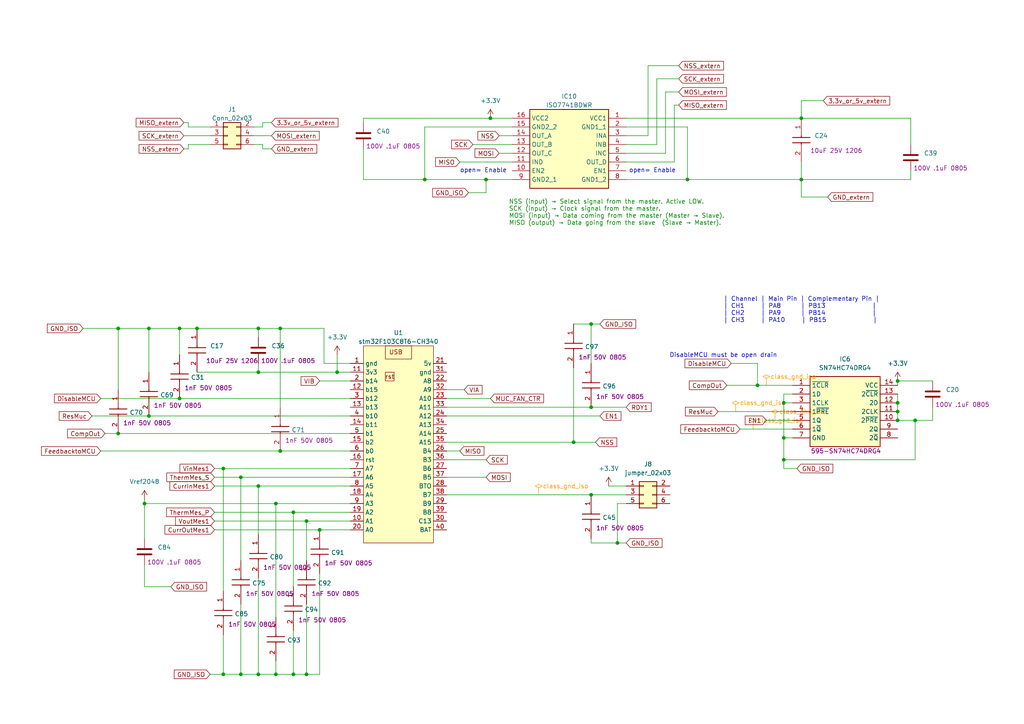
<source format=kicad_sch>
(kicad_sch (version 20250114) (generator "eeschema") (generator_version "9.0")
  (paper "A4")
  (lib_symbols
    (symbol "C0805C102J5GACTU:C0805C102J5GACTU" (pin_names (hide yes))
      (property "Reference" "C" (at 8.89 6.35 0))
      (property "Value" "C0805C102J5GACTU" (at 8.89 3.81 0))
      (symbol "C0805C102J5GACTU_1_1"
        (polyline (pts (xy 5.08 0) (xy 5.588 0)) (stroke (width 0.254)))
        (polyline (pts (xy 5.588 2.54) (xy 5.588 -2.54)) (stroke (width 0.254)))
        (polyline (pts (xy 7.112 2.54) (xy 7.112 -2.54)) (stroke (width 0.254)))
        (polyline (pts (xy 7.112 0) (xy 7.62 0)) (stroke (width 0.254)))
        (pin passive line (at 0 0 0) (length 5.08) (name "1") (number "1"))
        (pin passive line (at 12.7 0 180) (length 5.08) (name "2") (number "2"))
      )
    )
    (symbol "Connector_Generic:Conn_02x03_Odd_Even" (pin_names (offset 1.016) (hide yes))
      (property "Reference" "J" (at 1.27 5.08 0))
      (property "Value" "Conn_02x03_Odd_Even" (at 1.27 -5.08 0))
      (symbol "Conn_02x03_Odd_Even_1_1"
        (rectangle (start -1.27 3.81) (end 3.81 -3.81) (stroke (width 0.254)) (fill (type background)))
        (rectangle (start -1.27 2.667) (end 0 2.413) (stroke (width 0.1524)))
        (rectangle (start -1.27 0.127) (end 0 -0.127) (stroke (width 0.1524)))
        (rectangle (start -1.27 -2.413) (end 0 -2.667) (stroke (width 0.1524)))
        (rectangle (start 3.81 2.667) (end 2.54 2.413) (stroke (width 0.1524)))
        (rectangle (start 3.81 0.127) (end 2.54 -0.127) (stroke (width 0.1524)))
        (rectangle (start 3.81 -2.413) (end 2.54 -2.667) (stroke (width 0.1524)))
        (pin passive line (at -5.08 2.54 0) (length 3.81) (name "Pin_1") (number "1"))
        (pin passive line (at -5.08 0 0) (length 3.81) (name "Pin_3") (number "3"))
        (pin passive line (at -5.08 -2.54 0) (length 3.81) (name "Pin_5") (number "5"))
        (pin passive line (at 7.62 2.54 180) (length 3.81) (name "Pin_2") (number "2"))
        (pin passive line (at 7.62 0 180) (length 3.81) (name "Pin_4") (number "4"))
        (pin passive line (at 7.62 -2.54 180) (length 3.81) (name "Pin_6") (number "6"))
      )
    )
    (symbol "Device:C" (pin_numbers (hide yes)) (pin_names (offset 0.254))
      (property "Reference" "C" (at 0.635 2.54 0))
      (property "Value" "C" (at 0.635 -2.54 0))
      (symbol "C_0_1"
        (polyline (pts (xy -2.032 0.762) (xy 2.032 0.762)) (stroke (width 0.508)))
        (polyline (pts (xy -2.032 -0.762) (xy 2.032 -0.762)) (stroke (width 0.508)))
      )
      (symbol "C_1_1"
        (pin passive line (at 0 3.81 270) (length 2.794) (name "~") (number "1"))
        (pin passive line (at 0 -3.81 90) (length 2.794) (name "~") (number "2"))
      )
    )
    (symbol "GRM31CR71E106KA12K:GRM31CR71E106KA12K" (pin_names (hide yes))
      (property "Reference" "C" (at 8.89 6.35 0))
      (property "Value" "GRM31CR71E106KA12K" (at 8.89 3.81 0))
      (symbol "GRM31CR71E106KA12K_1_1"
        (polyline (pts (xy 5.08 0) (xy 5.588 0)) (stroke (width 0.254)))
        (polyline (pts (xy 5.588 2.54) (xy 5.588 -2.54)) (stroke (width 0.254)))
        (polyline (pts (xy 7.112 2.54) (xy 7.112 -2.54)) (stroke (width 0.254)))
        (polyline (pts (xy 7.112 0) (xy 7.62 0)) (stroke (width 0.254)))
        (pin passive line (at 0 0 0) (length 5.08) (name "1") (number "1"))
        (pin passive line (at 12.7 0 180) (length 5.08) (name "2") (number "2"))
      )
    )
    (symbol "ISO7741BDWR:ISO7741BDWR"
      (property "Reference" "IC" (at 29.21 7.62 0))
      (property "Value" "ISO7741BDWR" (at 29.21 5.08 0))
      (symbol "ISO7741BDWR_1_1"
        (rectangle (start 5.08 2.54) (end 27.94 -20.32) (stroke (width 0.254)) (fill (type background)))
        (pin passive line (at 0 0 0) (length 5.08) (name "VCC1") (number "1"))
        (pin passive line (at 0 -2.54 0) (length 5.08) (name "GND1_1") (number "2"))
        (pin passive line (at 0 -5.08 0) (length 5.08) (name "INA") (number "3"))
        (pin passive line (at 0 -7.62 0) (length 5.08) (name "INB") (number "4"))
        (pin passive line (at 0 -10.16 0) (length 5.08) (name "INC") (number "5"))
        (pin passive line (at 0 -12.7 0) (length 5.08) (name "OUT_D") (number "6"))
        (pin passive line (at 0 -15.24 0) (length 5.08) (name "EN1") (number "7"))
        (pin passive line (at 0 -17.78 0) (length 5.08) (name "GND1_2") (number "8"))
        (pin passive line (at 33.02 0 180) (length 5.08) (name "VCC2") (number "16"))
        (pin passive line (at 33.02 -2.54 180) (length 5.08) (name "GND2_2") (number "15"))
        (pin passive line (at 33.02 -5.08 180) (length 5.08) (name "OUT_A") (number "14"))
        (pin passive line (at 33.02 -7.62 180) (length 5.08) (name "OUT_B") (number "13"))
        (pin passive line (at 33.02 -10.16 180) (length 5.08) (name "OUT_C") (number "12"))
        (pin passive line (at 33.02 -12.7 180) (length 5.08) (name "IND") (number "11"))
        (pin passive line (at 33.02 -15.24 180) (length 5.08) (name "EN2") (number "10"))
        (pin passive line (at 33.02 -17.78 180) (length 5.08) (name "GND2_1") (number "9"))
      )
    )
    (symbol "New_Library:SMT32F1-MINI"
      (property "Reference" "U" (at 0 0 0))
      (symbol "SMT32F1-MINI_1_1"
        (rectangle (start -10.16 -3.81) (end 10.16 -60.96) (fill (type background)))
        (rectangle (start -3.81 -3.81) (end 3.81 -7.62))
        (rectangle (start -3.81 -11.43) (end -1.27 -13.97))
        (text "rst\n" (at -2.54 -12.7 0) (effects (font (size 1.27 1.27))))
        (text "USB\n" (at -0.762 -5.588 0) (effects (font (size 1.27 1.27))))
        (pin input line (at -13.97 -8.89 0) (length 3.81) (name "gnd") (number "1"))
        (pin input line (at -13.97 -11.43 0) (length 3.81) (name "3v3") (number "11"))
        (pin input line (at -13.97 -13.97 0) (length 3.81) (name "b14") (number "2"))
        (pin input line (at -13.97 -16.51 0) (length 3.81) (name "b15") (number "12"))
        (pin input line (at -13.97 -19.05 0) (length 3.81) (name "b12") (number "3"))
        (pin input line (at -13.97 -21.59 0) (length 3.81) (name "b13") (number "13"))
        (pin input line (at -13.97 -24.13 0) (length 3.81) (name "b10") (number "4"))
        (pin input line (at -13.97 -26.67 0) (length 3.81) (name "b11") (number "14"))
        (pin input line (at -13.97 -29.21 0) (length 3.81) (name "b1") (number "5"))
        (pin input line (at -13.97 -31.75 0) (length 3.81) (name "b2") (number "15"))
        (pin input line (at -13.97 -34.29 0) (length 3.81) (name "b0") (number "6"))
        (pin input line (at -13.97 -36.83 0) (length 3.81) (name "rst") (number "16"))
        (pin input line (at -13.97 -39.37 0) (length 3.81) (name "A7") (number "7"))
        (pin input line (at -13.97 -41.91 0) (length 3.81) (name "A6") (number "17"))
        (pin input line (at -13.97 -44.45 0) (length 3.81) (name "A5") (number "8"))
        (pin input line (at -13.97 -46.99 0) (length 3.81) (name "A4") (number "18"))
        (pin input line (at -13.97 -49.53 0) (length 3.81) (name "A3") (number "9"))
        (pin input line (at -13.97 -52.07 0) (length 3.81) (name "A2") (number "19"))
        (pin input line (at -13.97 -54.61 0) (length 3.81) (name "A1") (number "10"))
        (pin input line (at -13.97 -57.15 0) (length 3.81) (name "A0") (number "20"))
        (pin input line (at 13.97 -8.89 180) (length 3.81) (name "5v") (number "21"))
        (pin input line (at 13.97 -11.43 180) (length 3.81) (name "gnd") (number "31"))
        (pin input line (at 13.97 -13.97 180) (length 3.81) (name "A8") (number "22"))
        (pin input line (at 13.97 -16.51 180) (length 3.81) (name "A9") (number "32"))
        (pin input line (at 13.97 -19.05 180) (length 3.81) (name "A10") (number "23"))
        (pin input line (at 13.97 -21.59 180) (length 3.81) (name "A11") (number "33"))
        (pin input line (at 13.97 -24.13 180) (length 3.81) (name "A12") (number "24"))
        (pin input line (at 13.97 -26.67 180) (length 3.81) (name "A13") (number "34"))
        (pin input line (at 13.97 -29.21 180) (length 3.81) (name "A14") (number "25"))
        (pin input line (at 13.97 -31.75 180) (length 3.81) (name "A15") (number "35"))
        (pin input line (at 13.97 -34.29 180) (length 3.81) (name "B4") (number "26"))
        (pin input line (at 13.97 -36.83 180) (length 3.81) (name "B3") (number "36"))
        (pin input line (at 13.97 -39.37 180) (length 3.81) (name "B6") (number "27"))
        (pin input line (at 13.97 -41.91 180) (length 3.81) (name "B5") (number "37"))
        (pin input line (at 13.97 -44.45 180) (length 3.81) (name "BTO") (number "28"))
        (pin input line (at 13.97 -46.99 180) (length 3.81) (name "B7") (number "38"))
        (pin input line (at 13.97 -49.53 180) (length 3.81) (name "B9") (number "29"))
        (pin input line (at 13.97 -52.07 180) (length 3.81) (name "B8") (number "39"))
        (pin input line (at 13.97 -54.61 180) (length 3.81) (name "C13") (number "30"))
        (pin input line (at 13.97 -57.15 180) (length 3.81) (name "BAT") (number "40"))
      )
    )
    (symbol "SN74HC74DRG4:SN74HC74DRG4"
      (property "Reference" "IC" (at 26.67 7.62 0))
      (property "Value" "SN74HC74DRG4" (at 26.67 5.08 0))
      (symbol "SN74HC74DRG4_1_1"
        (rectangle (start 5.08 2.54) (end 25.4 -17.78) (stroke (width 0.254)) (fill (type background)))
        (pin passive line (at 0 0 0) (length 5.08) (name "~{1CLR}") (number "1"))
        (pin passive line (at 0 -2.54 0) (length 5.08) (name "1D") (number "2"))
        (pin passive line (at 0 -5.08 0) (length 5.08) (name "1CLK") (number "3"))
        (pin passive line (at 0 -7.62 0) (length 5.08) (name "1~{PRE}") (number "4"))
        (pin passive line (at 0 -10.16 0) (length 5.08) (name "1Q") (number "5"))
        (pin passive line (at 0 -12.7 0) (length 5.08) (name "1~{Q}") (number "6"))
        (pin passive line (at 0 -15.24 0) (length 5.08) (name "GND") (number "7"))
        (pin passive line (at 30.48 0 180) (length 5.08) (name "VCC") (number "14"))
        (pin passive line (at 30.48 -2.54 180) (length 5.08) (name "2~{CLR}") (number "13"))
        (pin passive line (at 30.48 -5.08 180) (length 5.08) (name "2D") (number "12"))
        (pin passive line (at 30.48 -7.62 180) (length 5.08) (name "2CLK") (number "11"))
        (pin passive line (at 30.48 -10.16 180) (length 5.08) (name "2~{PRE}") (number "10"))
        (pin passive line (at 30.48 -12.7 180) (length 5.08) (name "2Q") (number "9"))
        (pin passive line (at 30.48 -15.24 180) (length 5.08) (name "2~{Q}") (number "8"))
      )
    )
    (symbol "power:+3V0" (power) (pin_numbers (hide yes)) (pin_names (offset 0) (hide yes))
      (property "Value" "+3V0" (at 0 3.556 0))
      (symbol "+3V0_0_1"
        (polyline (pts (xy -0.762 1.27) (xy 0 2.54)))
        (polyline (pts (xy 0 2.54) (xy 0.762 1.27)))
        (polyline (pts (xy 0 0) (xy 0 2.54)))
      )
      (symbol "+3V0_1_1"
        (pin power_in line (at 0 0 90) (length 0) (name "~") (number "1"))
      )
    )
    (symbol "power:+5V" (power) (pin_numbers (hide yes)) (pin_names (offset 0) (hide yes))
      (property "Value" "+5V" (at 0 3.556 0))
      (symbol "+5V_0_1"
        (polyline (pts (xy -0.762 1.27) (xy 0 2.54)))
        (polyline (pts (xy 0 2.54) (xy 0.762 1.27)))
        (polyline (pts (xy 0 0) (xy 0 2.54)))
      )
      (symbol "+5V_1_1"
        (pin power_in line (at 0 0 90) (length 0) (name "~") (number "1"))
      )
    )
  )
  (text "DisableMCU must be open drain\n" (at 209.804 103.124 0) (effects (font (size 1.27 1.27))))
  (text "| Channel | Main Pin | Complementary Pin |\n| CH1     | PA8      | PB13              |\n| CH2     | PA9      | PB14              |\n| CH3     | PA10     | PB15              |" (at 209.804 89.916 0) (effects (font (size 1.27 1.27)) (justify left)))
  (text "open= Enable\n" (at 189.23 49.53 0) (effects (font (size 1.27 1.27))))
  (text "open= Enable\n" (at 140.208 49.53 0) (effects (font (size 1.27 1.27))))
  (text "NSS (input) → Select signal from the master. Active LOW. \nSCK (input) → Clock signal from the master. \nMOSI (input) → Data coming from the master (Master → Slave).\nMISO (output) → Data going from the slave  (Slave → Master)." (at 147.574 61.722 0) (effects (font (size 1.27 1.27)) (justify left)))
  (junction (at 227.33 127))
  (junction (at 74.93 95.25))
  (junction (at 227.33 116.84))
  (junction (at 34.29 125.73))
  (junction (at 52.07 115.57))
  (junction (at 92.71 153.67))
  (junction (at 41.91 146.05))
  (junction (at 171.45 118.11))
  (junction (at 142.24 34.29))
  (junction (at 85.09 195.58))
  (junction (at 140.97 52.07))
  (junction (at 265.43 121.92))
  (junction (at 81.28 130.81))
  (junction (at 74.93 107.95))
  (junction (at 88.9 195.58))
  (junction (at 232.41 52.07))
  (junction (at 74.93 195.58))
  (junction (at 85.09 148.59))
  (junction (at 219.71 111.76))
  (junction (at 34.29 95.25))
  (junction (at 64.77 195.58))
  (junction (at 88.9 151.13))
  (junction (at 81.28 95.25))
  (junction (at 123.19 52.07))
  (junction (at 43.18 95.25))
  (junction (at 260.35 119.38))
  (junction (at 260.35 110.49))
  (junction (at 69.85 138.43))
  (junction (at 166.37 128.27))
  (junction (at 171.45 143.51))
  (junction (at 80.01 195.58))
  (junction (at 74.93 140.97))
  (junction (at 97.79 107.95))
  (junction (at 52.07 95.25))
  (junction (at 43.18 120.65))
  (junction (at 260.35 121.92))
  (junction (at 260.35 116.84))
  (junction (at 57.15 95.25))
  (junction (at 199.39 52.07))
  (junction (at 64.77 135.89))
  (junction (at 171.45 93.98))
  (junction (at 232.41 34.29))
  (junction (at 227.33 133.35))
  (junction (at 69.85 195.58))
  (junction (at 80.01 146.05))
  (junction (at 179.07 157.48))
  (wire (pts (xy 54.61 43.18) (xy 54.61 41.91)))
  (wire (pts (xy 260.35 116.84) (xy 260.35 119.38)))
  (wire (pts (xy 187.96 19.05) (xy 187.96 39.37)))
  (wire (pts (xy 129.54 118.11) (xy 171.45 118.11)))
  (wire (pts (xy 53.34 35.56) (xy 54.61 35.56)))
  (wire (pts (xy 24.13 95.25) (xy 34.29 95.25)))
  (wire (pts (xy 129.54 133.35) (xy 140.97 133.35)))
  (wire (pts (xy 173.99 93.98) (xy 171.45 93.98)))
  (wire (pts (xy 140.97 52.07) (xy 148.59 52.07)))
  (wire (pts (xy 227.33 133.35) (xy 265.43 133.35)))
  (wire (pts (xy 171.45 156.21) (xy 171.45 157.48)))
  (wire (pts (xy 92.71 153.67) (xy 101.6 153.67)))
  (wire (pts (xy 74.93 195.58) (xy 80.01 195.58)))
  (wire (pts (xy 232.41 34.29) (xy 181.61 34.29)))
  (wire (pts (xy 171.45 143.51) (xy 181.61 143.51)))
  (wire (pts (xy 52.07 95.25) (xy 57.15 95.25)))
  (wire (pts (xy 53.34 39.37) (xy 60.96 39.37)))
  (wire (pts (xy 232.41 52.07) (xy 199.39 52.07)))
  (wire (pts (xy 57.15 107.95) (xy 74.93 107.95)))
  (wire (pts (xy 97.79 107.95) (xy 101.6 107.95)))
  (wire (pts (xy 264.16 34.29) (xy 264.16 41.91)))
  (wire (pts (xy 196.85 26.67) (xy 193.04 26.67)))
  (wire (pts (xy 60.96 195.58) (xy 64.77 195.58)))
  (wire (pts (xy 64.77 195.58) (xy 69.85 195.58)))
  (wire (pts (xy 41.91 170.18) (xy 41.91 163.83)))
  (wire (pts (xy 129.54 128.27) (xy 166.37 128.27)))
  (wire (pts (xy 74.93 95.25) (xy 81.28 95.25)))
  (wire (pts (xy 260.35 110.49) (xy 270.51 110.49)))
  (wire (pts (xy 187.96 39.37) (xy 181.61 39.37)))
  (wire (pts (xy 93.98 105.41) (xy 101.6 105.41)))
  (wire (pts (xy 93.98 105.41) (xy 93.98 95.25)))
  (wire (pts (xy 69.85 195.58) (xy 74.93 195.58)))
  (wire (pts (xy 129.54 138.43) (xy 140.97 138.43)))
  (wire (pts (xy 54.61 35.56) (xy 54.61 36.83)))
  (wire (pts (xy 88.9 195.58) (xy 92.71 195.58)))
  (wire (pts (xy 196.85 22.86) (xy 190.5 22.86)))
  (wire (pts (xy 92.71 166.37) (xy 92.71 195.58)))
  (wire (pts (xy 196.85 30.48) (xy 195.58 30.48)))
  (wire (pts (xy 179.07 157.48) (xy 181.61 157.48)))
  (wire (pts (xy 264.16 49.53) (xy 264.16 52.07)))
  (wire (pts (xy 227.33 135.89) (xy 227.33 133.35)))
  (wire (pts (xy 227.33 114.3) (xy 229.87 114.3)))
  (wire (pts (xy 171.45 118.11) (xy 181.61 118.11)))
  (wire (pts (xy 105.41 34.29) (xy 105.41 35.56)))
  (wire (pts (xy 64.77 135.89) (xy 64.77 171.45)))
  (wire (pts (xy 199.39 52.07) (xy 181.61 52.07)))
  (wire (pts (xy 52.07 115.57) (xy 101.6 115.57)))
  (wire (pts (xy 88.9 175.26) (xy 88.9 195.58)))
  (wire (pts (xy 148.59 34.29) (xy 142.24 34.29)))
  (wire (pts (xy 78.74 43.18) (xy 76.2 43.18)))
  (wire (pts (xy 227.33 116.84) (xy 229.87 116.84)))
  (wire (pts (xy 227.33 133.35) (xy 227.33 127)))
  (wire (pts (xy 34.29 125.73) (xy 101.6 125.73)))
  (wire (pts (xy 57.15 95.25) (xy 74.93 95.25)))
  (wire (pts (xy 34.29 95.25) (xy 43.18 95.25)))
  (wire (pts (xy 80.01 195.58) (xy 85.09 195.58)))
  (wire (pts (xy 30.48 125.73) (xy 34.29 125.73)))
  (wire (pts (xy 260.35 110.49) (xy 260.35 111.76)))
  (wire (pts (xy 62.23 140.97) (xy 74.93 140.97)))
  (wire (pts (xy 64.77 135.89) (xy 101.6 135.89)))
  (wire (pts (xy 43.18 120.65) (xy 101.6 120.65)))
  (wire (pts (xy 270.51 118.11) (xy 270.51 121.92)))
  (wire (pts (xy 148.59 39.37) (xy 144.78 39.37)))
  (wire (pts (xy 74.93 140.97) (xy 101.6 140.97)))
  (wire (pts (xy 265.43 121.92) (xy 265.43 133.35)))
  (wire (pts (xy 52.07 95.25) (xy 52.07 102.87)))
  (wire (pts (xy 43.18 95.25) (xy 52.07 95.25)))
  (wire (pts (xy 231.14 135.89) (xy 227.33 135.89)))
  (wire (pts (xy 171.45 93.98) (xy 171.45 105.41)))
  (wire (pts (xy 219.71 111.76) (xy 229.87 111.76)))
  (wire (pts (xy 74.93 107.95) (xy 74.93 105.41)))
  (wire (pts (xy 264.16 52.07) (xy 232.41 52.07)))
  (wire (pts (xy 148.59 36.83) (xy 123.19 36.83)))
  (wire (pts (xy 232.41 46.99) (xy 232.41 52.07)))
  (wire (pts (xy 129.54 130.81) (xy 133.35 130.81)))
  (wire (pts (xy 53.34 43.18) (xy 54.61 43.18)))
  (wire (pts (xy 64.77 195.58) (xy 64.77 184.15)))
  (wire (pts (xy 238.76 29.21) (xy 232.41 29.21)))
  (wire (pts (xy 190.5 22.86) (xy 190.5 41.91)))
  (wire (pts (xy 210.82 111.76) (xy 219.71 111.76)))
  (wire (pts (xy 270.51 121.92) (xy 265.43 121.92)))
  (wire (pts (xy 29.21 130.81) (xy 81.28 130.81)))
  (wire (pts (xy 85.09 148.59) (xy 101.6 148.59)))
  (wire (pts (xy 74.93 167.64) (xy 74.93 195.58)))
  (wire (pts (xy 229.87 119.38) (xy 208.28 119.38)))
  (wire (pts (xy 123.19 52.07) (xy 140.97 52.07)))
  (wire (pts (xy 232.41 57.15) (xy 240.03 57.15)))
  (wire (pts (xy 148.59 44.45) (xy 144.78 44.45)))
  (wire (pts (xy 41.91 146.05) (xy 41.91 144.78)))
  (wire (pts (xy 105.41 52.07) (xy 123.19 52.07)))
  (wire (pts (xy 129.54 143.51) (xy 171.45 143.51)))
  (wire (pts (xy 219.71 105.41) (xy 219.71 111.76)))
  (wire (pts (xy 166.37 128.27) (xy 172.72 128.27)))
  (wire (pts (xy 171.45 157.48) (xy 179.07 157.48)))
  (wire (pts (xy 78.74 35.56) (xy 76.2 35.56)))
  (wire (pts (xy 135.89 55.88) (xy 140.97 55.88)))
  (wire (pts (xy 69.85 138.43) (xy 69.85 162.56)))
  (wire (pts (xy 85.09 148.59) (xy 85.09 170.18)))
  (wire (pts (xy 212.09 105.41) (xy 219.71 105.41)))
  (wire (pts (xy 260.35 119.38) (xy 260.35 121.92)))
  (wire (pts (xy 74.93 140.97) (xy 74.93 154.94)))
  (wire (pts (xy 166.37 106.68) (xy 166.37 128.27)))
  (wire (pts (xy 73.66 36.83) (xy 76.2 36.83)))
  (wire (pts (xy 260.35 121.92) (xy 265.43 121.92)))
  (wire (pts (xy 74.93 107.95) (xy 97.79 107.95)))
  (wire (pts (xy 81.28 95.25) (xy 81.28 118.11)))
  (wire (pts (xy 227.33 127) (xy 227.33 116.84)))
  (wire (pts (xy 62.23 135.89) (xy 64.77 135.89)))
  (wire (pts (xy 181.61 36.83) (xy 199.39 36.83)))
  (wire (pts (xy 181.61 146.05) (xy 179.07 146.05)))
  (wire (pts (xy 148.59 46.99) (xy 133.35 46.99)))
  (wire (pts (xy 43.18 95.25) (xy 43.18 107.95)))
  (wire (pts (xy 62.23 153.67) (xy 92.71 153.67)))
  (wire (pts (xy 80.01 146.05) (xy 101.6 146.05)))
  (wire (pts (xy 62.23 148.59) (xy 85.09 148.59)))
  (wire (pts (xy 41.91 146.05) (xy 41.91 156.21)))
  (wire (pts (xy 81.28 130.81) (xy 101.6 130.81)))
  (wire (pts (xy 232.41 52.07) (xy 232.41 57.15)))
  (wire (pts (xy 62.23 138.43) (xy 69.85 138.43)))
  (wire (pts (xy 41.91 146.05) (xy 80.01 146.05)))
  (wire (pts (xy 214.63 124.46) (xy 229.87 124.46)))
  (wire (pts (xy 49.53 170.18) (xy 41.91 170.18)))
  (wire (pts (xy 129.54 120.65) (xy 173.99 120.65)))
  (wire (pts (xy 193.04 26.67) (xy 193.04 44.45)))
  (wire (pts (xy 80.01 146.05) (xy 80.01 179.07)))
  (wire (pts (xy 97.79 102.87) (xy 97.79 107.95)))
  (wire (pts (xy 142.24 34.29) (xy 105.41 34.29)))
  (wire (pts (xy 62.23 151.13) (xy 88.9 151.13)))
  (wire (pts (xy 81.28 95.25) (xy 93.98 95.25)))
  (wire (pts (xy 199.39 36.83) (xy 199.39 52.07)))
  (wire (pts (xy 227.33 116.84) (xy 227.33 114.3)))
  (wire (pts (xy 179.07 146.05) (xy 179.07 157.48)))
  (wire (pts (xy 232.41 29.21) (xy 232.41 34.29)))
  (wire (pts (xy 85.09 195.58) (xy 88.9 195.58)))
  (wire (pts (xy 69.85 175.26) (xy 69.85 195.58)))
  (wire (pts (xy 195.58 46.99) (xy 181.61 46.99)))
  (wire (pts (xy 129.54 115.57) (xy 142.24 115.57)))
  (wire (pts (xy 74.93 95.25) (xy 74.93 97.79)))
  (wire (pts (xy 229.87 127) (xy 227.33 127)))
  (wire (pts (xy 260.35 114.3) (xy 260.35 116.84)))
  (wire (pts (xy 190.5 41.91) (xy 181.61 41.91)))
  (wire (pts (xy 105.41 43.18) (xy 105.41 52.07)))
  (wire (pts (xy 123.19 36.83) (xy 123.19 52.07)))
  (wire (pts (xy 80.01 191.77) (xy 80.01 195.58)))
  (wire (pts (xy 73.66 41.91) (xy 76.2 41.91)))
  (wire (pts (xy 193.04 44.45) (xy 181.61 44.45)))
  (wire (pts (xy 88.9 151.13) (xy 88.9 162.56)))
  (wire (pts (xy 54.61 41.91) (xy 60.96 41.91)))
  (wire (pts (xy 69.85 138.43) (xy 101.6 138.43)))
  (wire (pts (xy 196.85 19.05) (xy 187.96 19.05)))
  (wire (pts (xy 129.54 113.03) (xy 134.62 113.03)))
  (wire (pts (xy 26.67 120.65) (xy 43.18 120.65)))
  (wire (pts (xy 264.16 34.29) (xy 232.41 34.29)))
  (wire (pts (xy 148.59 41.91) (xy 137.16 41.91)))
  (wire (pts (xy 76.2 35.56) (xy 76.2 36.83)))
  (wire (pts (xy 222.25 121.92) (xy 229.87 121.92)))
  (wire (pts (xy 92.71 110.49) (xy 101.6 110.49)))
  (wire (pts (xy 166.37 93.98) (xy 171.45 93.98)))
  (wire (pts (xy 140.97 55.88) (xy 140.97 52.07)))
  (wire (pts (xy 88.9 151.13) (xy 101.6 151.13)))
  (wire (pts (xy 85.09 182.88) (xy 85.09 195.58)))
  (wire (pts (xy 73.66 39.37) (xy 78.74 39.37)))
  (wire (pts (xy 76.2 43.18) (xy 76.2 41.91)))
  (wire (pts (xy 54.61 36.83) (xy 60.96 36.83)))
  (wire (pts (xy 34.29 95.25) (xy 34.29 113.03)))
  (wire (pts (xy 195.58 30.48) (xy 195.58 46.99)))
  (wire (pts (xy 176.53 140.97) (xy 181.61 140.97)))
  (wire (pts (xy 29.21 115.57) (xy 52.07 115.57)))
  (global_label "MOSI_extern" (shape input) (at 78.74 39.37 0) (property "Intersheetrefs" "${INTERSHEET_REFS}" (effects (hide yes))))
  (global_label "EN1" (shape input) (at 222.25 121.92 180) (property "Intersheetrefs" "${INTERSHEET_REFS}" (effects (hide yes))))
  (global_label "GND_ISO" (shape input) (at 181.61 157.48 0) (property "Intersheetrefs" "${INTERSHEET_REFS}" (effects (hide yes))))
  (global_label "GND_ISO" (shape input) (at 49.53 170.18 0) (property "Intersheetrefs" "${INTERSHEET_REFS}" (effects (hide yes))))
  (global_label "MOSI" (shape input) (at 140.97 138.43 0) (property "Intersheetrefs" "${INTERSHEET_REFS}" (effects (hide yes))))
  (global_label "GND_extern" (shape input) (at 78.74 43.18 0) (property "Intersheetrefs" "${INTERSHEET_REFS}" (effects (hide yes))))
  (global_label "ResMuc" (shape input) (at 208.28 119.38 180) (property "Intersheetrefs" "${INTERSHEET_REFS}" (effects (hide yes))))
  (global_label "VinMes1" (shape input) (at 62.23 135.89 180) (property "Intersheetrefs" "${INTERSHEET_REFS}" (effects (hide yes))))
  (global_label "GND_ISO" (shape input) (at 173.99 93.98 0) (property "Intersheetrefs" "${INTERSHEET_REFS}" (effects (hide yes))))
  (global_label "CurrInMes1" (shape input) (at 62.23 140.97 180) (property "Intersheetrefs" "${INTERSHEET_REFS}" (effects (hide yes))))
  (global_label "SCK" (shape input) (at 140.97 133.35 0) (property "Intersheetrefs" "${INTERSHEET_REFS}" (effects (hide yes))))
  (global_label "SCK_extern" (shape input) (at 196.85 22.86 0) (property "Intersheetrefs" "${INTERSHEET_REFS}" (effects (hide yes))))
  (global_label "RDY1" (shape input) (at 181.61 118.11 0) (property "Intersheetrefs" "${INTERSHEET_REFS}" (effects (hide yes))))
  (global_label "SCK" (shape input) (at 137.16 41.91 180) (property "Intersheetrefs" "${INTERSHEET_REFS}" (effects (hide yes))))
  (global_label "NSS_extern" (shape input) (at 53.34 43.18 180) (property "Intersheetrefs" "${INTERSHEET_REFS}" (effects (hide yes))))
  (global_label "FeedbacktoMCU" (shape input) (at 214.63 124.46 180) (property "Intersheetrefs" "${INTERSHEET_REFS}" (effects (hide yes))))
  (global_label "DisableMCU" (shape input) (at 212.09 105.41 180) (property "Intersheetrefs" "${INTERSHEET_REFS}" (effects (hide yes))))
  (global_label "NSS" (shape input) (at 172.72 128.27 0) (property "Intersheetrefs" "${INTERSHEET_REFS}" (effects (hide yes))))
  (global_label "MISO" (shape input) (at 133.35 130.81 0) (property "Intersheetrefs" "${INTERSHEET_REFS}" (effects (hide yes))))
  (global_label "MOSI" (shape input) (at 144.78 44.45 180) (property "Intersheetrefs" "${INTERSHEET_REFS}" (effects (hide yes))))
  (global_label "ResMuc" (shape input) (at 26.67 120.65 180) (property "Intersheetrefs" "${INTERSHEET_REFS}" (effects (hide yes))))
  (global_label "ThermMes_P" (shape input) (at 62.23 148.59 180) (property "Intersheetrefs" "${INTERSHEET_REFS}" (effects (hide yes))))
  (global_label "NSS" (shape input) (at 144.78 39.37 180) (property "Intersheetrefs" "${INTERSHEET_REFS}" (effects (hide yes))))
  (global_label "VIA" (shape input) (at 134.62 113.03 0) (property "Intersheetrefs" "${INTERSHEET_REFS}" (effects (hide yes))))
  (global_label "EN1" (shape input) (at 173.99 120.65 0) (property "Intersheetrefs" "${INTERSHEET_REFS}" (effects (hide yes))))
  (global_label "CompOut" (shape input) (at 30.48 125.73 180) (property "Intersheetrefs" "${INTERSHEET_REFS}" (effects (hide yes))))
  (global_label "GND_ISO" (shape input) (at 60.96 195.58 180) (property "Intersheetrefs" "${INTERSHEET_REFS}" (effects (hide yes))))
  (global_label "3.3v_or_5v_extern" (shape input) (at 78.74 35.56 0) (property "Intersheetrefs" "${INTERSHEET_REFS}" (effects (hide yes))))
  (global_label "GND_ISO" (shape input) (at 24.13 95.25 180) (property "Intersheetrefs" "${INTERSHEET_REFS}" (effects (hide yes))))
  (global_label "MUC_FAN_CTR" (shape input) (at 142.24 115.57 0) (property "Intersheetrefs" "${INTERSHEET_REFS}" (effects (hide yes))))
  (global_label "CurrOutMes1" (shape input) (at 62.23 153.67 180) (property "Intersheetrefs" "${INTERSHEET_REFS}" (effects (hide yes))))
  (global_label "SCK_extern" (shape input) (at 53.34 39.37 180) (property "Intersheetrefs" "${INTERSHEET_REFS}" (effects (hide yes))))
  (global_label "VoutMes1" (shape input) (at 62.23 151.13 180) (property "Intersheetrefs" "${INTERSHEET_REFS}" (effects (hide yes))))
  (global_label "NSS_extern" (shape input) (at 196.85 19.05 0) (property "Intersheetrefs" "${INTERSHEET_REFS}" (effects (hide yes))))
  (global_label "CompOut" (shape input) (at 210.82 111.76 180) (property "Intersheetrefs" "${INTERSHEET_REFS}" (effects (hide yes))))
  (global_label "GND_ISO" (shape input) (at 135.89 55.88 180) (property "Intersheetrefs" "${INTERSHEET_REFS}" (effects (hide yes))))
  (global_label "GND_extern" (shape input) (at 240.03 57.15 0) (property "Intersheetrefs" "${INTERSHEET_REFS}" (effects (hide yes))))
  (global_label "MISO_extern" (shape input) (at 53.34 35.56 180) (property "Intersheetrefs" "${INTERSHEET_REFS}" (effects (hide yes))))
  (global_label "VIB" (shape input) (at 92.71 110.49 180) (property "Intersheetrefs" "${INTERSHEET_REFS}" (effects (hide yes))))
  (global_label "MOSI_extern" (shape input) (at 196.85 26.67 0) (property "Intersheetrefs" "${INTERSHEET_REFS}" (effects (hide yes))))
  (global_label "MISO_extern" (shape input) (at 196.85 30.48 0) (property "Intersheetrefs" "${INTERSHEET_REFS}" (effects (hide yes))))
  (global_label "MISO" (shape input) (at 133.35 46.99 180) (property "Intersheetrefs" "${INTERSHEET_REFS}" (effects (hide yes))))
  (global_label "DisableMCU" (shape input) (at 29.21 115.57 180) (property "Intersheetrefs" "${INTERSHEET_REFS}" (effects (hide yes))))
  (global_label "ThermMes_S" (shape input) (at 62.23 138.43 180) (property "Intersheetrefs" "${INTERSHEET_REFS}" (effects (hide yes))))
  (global_label "FeedbacktoMCU" (shape input) (at 29.21 130.81 180) (property "Intersheetrefs" "${INTERSHEET_REFS}" (effects (hide yes))))
  (global_label "GND_ISO" (shape input) (at 231.14 135.89 0) (property "Intersheetrefs" "${INTERSHEET_REFS}" (effects (hide yes))))
  (global_label "3.3v_or_5v_extern" (shape input) (at 238.76 29.21 0) (property "Intersheetrefs" "${INTERSHEET_REFS}" (effects (hide yes))))
  (netclass_flag "" (length 2.54) (shape diamond) (at 224.79 121.92 0) (property "Netclass" "class_gnd_iso" (at 225.9965 119.38 0) (effects (justify left))))
  (netclass_flag "" (length 2.54) (shape diamond) (at 222.25 111.76 0) (property "Netclass" "class_gnd_iso" (at 223.4565 109.22 0) (effects (justify left))))
  (netclass_flag "" (length 2.54) (shape diamond) (at 156.21 143.51 0) (property "Netclass" "class_gnd_iso" (at 157.4165 140.97 0) (effects (justify left))))
  (netclass_flag "" (length 2.54) (shape diamond) (at 213.36 119.38 0) (property "Netclass" "class_gnd_iso" (at 214.5665 116.84 0) (effects (justify left))))
  (netclass_flag "" (length 2.54) (shape diamond) (at 218.44 124.46 0) (property "Netclass" "class_gnd_iso" (at 219.6465 121.92 0) (effects (justify left))))
  (symbol (lib_id "C0805C102J5GACTU:C0805C102J5GACTU") (at 166.37 93.98 270) (unit 1)
    (property "Reference" "C97" (at 169.672 100.584 90) (effects (justify left)))
    (property "Value" "C0805C102J5GACTU" (effects (hide yes)))
    (property "Footprint" "C0805C102J5GACTU:C0805" (effects (hide yes)))
    (property "Datasheet" "https://content.kemet.com/datasheets/KEM_C1003_C0G_SMD.pdf" (effects (hide yes)))
    (property "Description" "1nF 50V 0805" (at 174.752 103.632 90))
    (property "Height" "1.1" (effects (hide yes)))
    (property "Mouser Part Number" "80-C0805C102J5G" (effects (hide yes)))
    (property "Mouser Price/Stock" "https://www.mouser.co.uk/ProductDetail/KEMET/C0805C102J5GACTU?qs=yrVqjCObULOWvTzsHVJg1Q%3D%3D" (effects (hide yes)))
    (property "Manufacturer_Name" "KEMET" (effects (hide yes)))
    (property "Manufacturer_Part_Number" "C0805C102J5GACTU" (effects (hide yes)))
  )
  (symbol (lib_id "C0805C102J5GACTU:C0805C102J5GACTU") (at 81.28 118.11 270) (unit 1)
    (property "Reference" "C71" (at 84.582 124.714 90) (effects (justify left)))
    (property "Value" "C0805C102J5GACTU" (effects (hide yes)))
    (property "Footprint" "C0805C102J5GACTU:C0805" (effects (hide yes)))
    (property "Datasheet" "https://content.kemet.com/datasheets/KEM_C1003_C0G_SMD.pdf" (effects (hide yes)))
    (property "Description" "1nF 50V 0805" (at 89.662 127.762 90))
    (property "Height" "1.1" (effects (hide yes)))
    (property "Mouser Part Number" "80-C0805C102J5G" (effects (hide yes)))
    (property "Mouser Price/Stock" "https://www.mouser.co.uk/ProductDetail/KEMET/C0805C102J5GACTU?qs=yrVqjCObULOWvTzsHVJg1Q%3D%3D" (effects (hide yes)))
    (property "Manufacturer_Name" "KEMET" (effects (hide yes)))
    (property "Manufacturer_Part_Number" "C0805C102J5GACTU" (effects (hide yes)))
  )
  (symbol (lib_id "C0805C102J5GACTU:C0805C102J5GACTU") (at 171.45 105.41 270) (unit 1)
    (property "Reference" "C96" (at 174.752 112.014 90) (effects (justify left)))
    (property "Value" "C0805C102J5GACTU" (effects (hide yes)))
    (property "Footprint" "C0805C102J5GACTU:C0805" (effects (hide yes)))
    (property "Datasheet" "https://content.kemet.com/datasheets/KEM_C1003_C0G_SMD.pdf" (effects (hide yes)))
    (property "Description" "1nF 50V 0805" (at 179.832 115.062 90))
    (property "Height" "1.1" (effects (hide yes)))
    (property "Mouser Part Number" "80-C0805C102J5G" (effects (hide yes)))
    (property "Mouser Price/Stock" "https://www.mouser.co.uk/ProductDetail/KEMET/C0805C102J5GACTU?qs=yrVqjCObULOWvTzsHVJg1Q%3D%3D" (effects (hide yes)))
    (property "Manufacturer_Name" "KEMET" (effects (hide yes)))
    (property "Manufacturer_Part_Number" "C0805C102J5GACTU" (effects (hide yes)))
  )
  (symbol (lib_id "GRM31CR71E106KA12K:GRM31CR71E106KA12K") (at 232.41 34.29 270) (unit 1)
    (property "Reference" "C24" (at 236.22 39.3699 90) (effects (justify left)))
    (property "Value" "GRM31CR71E106KA12K" (effects (hide yes)))
    (property "Footprint" "GRM31CR71E106KA12K:GRM31x" (effects (hide yes)))
    (property "Datasheet" "https://search.murata.co.jp/Ceramy/image/img/A01X/G101/ENG/GRM31CR71E106KA12-01CA.pdf" (effects (hide yes)))
    (property "Description" "10uF 25V 1206" (at 242.57 43.688 90))
    (property "Height" "1.25" (effects (hide yes)))
    (property "Mouser Part Number" "81-GRM31CR71E106KA2K" (effects (hide yes)))
    (property "Mouser Price/Stock" "https://www.mouser.co.uk/ProductDetail/Murata-Electronics/GRM31CR71E106KA12K?qs=raY79WRVTyM6xGVExNjdaw%3D%3D" (effects (hide yes)))
    (property "Manufacturer_Name" "Murata Electronics" (effects (hide yes)))
    (property "Manufacturer_Part_Number" "GRM31CR71E106KA12K" (effects (hide yes)))
  )
  (symbol (lib_id "Device:C") (at 41.91 160.02 0) (unit 1)
    (property "Reference" "C84" (at 45.72 158.7499 0) (effects (justify left)))
    (property "Value" "SH21B104K101CT" (effects (hide yes)))
    (property "Footprint" "Capacitor_SMD:C_0805_2012Metric" (effects (hide yes)))
    (property "Datasheet" "https://www.mouser.fr/datasheet/3/317/1/WTC_MLCC_Soft_term_SH.pdf" (effects (hide yes)))
    (property "Description" "100V .1uF 0805" (at 50.546 163.068 0))
    (property "Manufacturer_Name" "Walsin" (effects (hide yes)))
    (property "Manufacturer_Part_Number " "SH21B104K101CT" (effects (hide yes)))
    (property "Mouser Part Number" "791-SH21B104K101CT" (effects (hide yes)))
  )
  (symbol (lib_id "New_Library:SMT32F1-MINI") (at 115.57 96.52 0) (unit 1)
    (property "Reference" "U1" (at 115.57 96.52 0))
    (property "Value" "stm32F103C8T6-CH340" (at 115.57 99.06 0))
    (property "Footprint" "New_Linrary:SMT32F1-MINI" (effects (hide yes)))
    (property "Description" "stm32F103C8T6-CH340 PCB" (effects (hide yes)))
  )
  (symbol (lib_id "power:+3V0") (at 41.91 144.78 0) (unit 1)
    (property "Reference" "#PWR03" (effects (hide yes)))
    (property "Value" "Vref2048" (at 41.91 139.7 0))
    (property "Description" "Power symbol creates a global label with name \"+3V0\"" (effects (hide yes)))
  )
  (symbol (lib_id "power:+5V") (at 260.35 110.49 0) (unit 1)
    (property "Reference" "#PWR06" (effects (hide yes)))
    (property "Value" "+3.3V" (at 260.35 105.41 0))
    (property "Description" "Power symbol creates a global label with name \"+5V\"" (effects (hide yes)))
  )
  (symbol (lib_id "C0805C102J5GACTU:C0805C102J5GACTU") (at 74.93 154.94 270) (unit 1)
    (property "Reference" "C80" (at 78.232 161.544 90) (effects (justify left)))
    (property "Value" "C0805C102J5GACTU" (effects (hide yes)))
    (property "Footprint" "C0805C102J5GACTU:C0805" (effects (hide yes)))
    (property "Datasheet" "https://content.kemet.com/datasheets/KEM_C1003_C0G_SMD.pdf" (effects (hide yes)))
    (property "Description" "1nF 50V 0805" (at 83.312 164.592 90))
    (property "Height" "1.1" (effects (hide yes)))
    (property "Mouser Part Number" "80-C0805C102J5G" (effects (hide yes)))
    (property "Mouser Price/Stock" "https://www.mouser.co.uk/ProductDetail/KEMET/C0805C102J5GACTU?qs=yrVqjCObULOWvTzsHVJg1Q%3D%3D" (effects (hide yes)))
    (property "Manufacturer_Name" "KEMET" (effects (hide yes)))
    (property "Manufacturer_Part_Number" "C0805C102J5GACTU" (effects (hide yes)))
  )
  (symbol (lib_id "C0805C102J5GACTU:C0805C102J5GACTU") (at 52.07 102.87 270) (unit 1)
    (property "Reference" "C31" (at 55.372 109.474 90) (effects (justify left)))
    (property "Value" "C0805C102J5GACTU" (effects (hide yes)))
    (property "Footprint" "C0805C102J5GACTU:C0805" (effects (hide yes)))
    (property "Datasheet" "https://content.kemet.com/datasheets/KEM_C1003_C0G_SMD.pdf" (effects (hide yes)))
    (property "Description" "1nF 50V 0805" (at 60.452 112.522 90))
    (property "Height" "1.1" (effects (hide yes)))
    (property "Mouser Part Number" "80-C0805C102J5G" (effects (hide yes)))
    (property "Mouser Price/Stock" "https://www.mouser.co.uk/ProductDetail/KEMET/C0805C102J5GACTU?qs=yrVqjCObULOWvTzsHVJg1Q%3D%3D" (effects (hide yes)))
    (property "Manufacturer_Name" "KEMET" (effects (hide yes)))
    (property "Manufacturer_Part_Number" "C0805C102J5GACTU" (effects (hide yes)))
  )
  (symbol (lib_id "C0805C102J5GACTU:C0805C102J5GACTU") (at 171.45 143.51 270) (unit 1)
    (property "Reference" "C45" (at 174.752 150.114 90) (effects (justify left)))
    (property "Value" "C0805C102J5GACTU" (effects (hide yes)))
    (property "Footprint" "C0805C102J5GACTU:C0805" (effects (hide yes)))
    (property "Datasheet" "https://content.kemet.com/datasheets/KEM_C1003_C0G_SMD.pdf" (effects (hide yes)))
    (property "Description" "1nF 50V 0805" (at 179.832 153.162 90))
    (property "Height" "1.1" (effects (hide yes)))
    (property "Mouser Part Number" "80-C0805C102J5G" (effects (hide yes)))
    (property "Mouser Price/Stock" "https://www.mouser.co.uk/ProductDetail/KEMET/C0805C102J5GACTU?qs=yrVqjCObULOWvTzsHVJg1Q%3D%3D" (effects (hide yes)))
    (property "Manufacturer_Name" "KEMET" (effects (hide yes)))
    (property "Manufacturer_Part_Number" "C0805C102J5GACTU" (effects (hide yes)))
  )
  (symbol (lib_id "power:+5V") (at 142.24 34.29 0) (mirror y) (unit 1)
    (property "Reference" "#PWR027" (effects (hide yes)))
    (property "Value" "+3.3V" (at 142.24 29.21 0))
    (property "Description" "Power symbol creates a global label with name \"+5V\"" (effects (hide yes)))
  )
  (symbol (lib_id "C0805C102J5GACTU:C0805C102J5GACTU") (at 64.77 171.45 270) (unit 1)
    (property "Reference" "C85" (at 68.072 178.054 90) (effects (justify left)))
    (property "Value" "C0805C102J5GACTU" (effects (hide yes)))
    (property "Footprint" "C0805C102J5GACTU:C0805" (effects (hide yes)))
    (property "Datasheet" "https://content.kemet.com/datasheets/KEM_C1003_C0G_SMD.pdf" (effects (hide yes)))
    (property "Description" "1nF 50V 0805" (at 73.152 181.102 90))
    (property "Height" "1.1" (effects (hide yes)))
    (property "Mouser Part Number" "80-C0805C102J5G" (effects (hide yes)))
    (property "Mouser Price/Stock" "https://www.mouser.co.uk/ProductDetail/KEMET/C0805C102J5GACTU?qs=yrVqjCObULOWvTzsHVJg1Q%3D%3D" (effects (hide yes)))
    (property "Manufacturer_Name" "KEMET" (effects (hide yes)))
    (property "Manufacturer_Part_Number" "C0805C102J5GACTU" (effects (hide yes)))
  )
  (symbol (lib_id "C0805C102J5GACTU:C0805C102J5GACTU") (at 43.18 107.95 270) (unit 1)
    (property "Reference" "C69" (at 46.482 114.554 90) (effects (justify left)))
    (property "Value" "C0805C102J5GACTU" (effects (hide yes)))
    (property "Footprint" "C0805C102J5GACTU:C0805" (effects (hide yes)))
    (property "Datasheet" "https://content.kemet.com/datasheets/KEM_C1003_C0G_SMD.pdf" (effects (hide yes)))
    (property "Description" "1nF 50V 0805" (at 51.562 117.602 90))
    (property "Height" "1.1" (effects (hide yes)))
    (property "Mouser Part Number" "80-C0805C102J5G" (effects (hide yes)))
    (property "Mouser Price/Stock" "https://www.mouser.co.uk/ProductDetail/KEMET/C0805C102J5GACTU?qs=yrVqjCObULOWvTzsHVJg1Q%3D%3D" (effects (hide yes)))
    (property "Manufacturer_Name" "KEMET" (effects (hide yes)))
    (property "Manufacturer_Part_Number" "C0805C102J5GACTU" (effects (hide yes)))
  )
  (symbol (lib_id "SN74HC74DRG4:SN74HC74DRG4") (at 229.87 111.76 0) (unit 1)
    (property "Reference" "IC6" (at 245.11 104.14 0))
    (property "Value" "SN74HC74DRG4" (at 245.11 106.68 0))
    (property "Footprint" "SN74HC74DRG4:SOIC127P600X175-14N" (effects (hide yes)))
    (property "Datasheet" "http://www.ti.com/lit/gpn/SN74HC74" (effects (hide yes)))
    (property "Description" "Dual D-Type Positive-Edge-Triggered Flip-Flops With Clear and Preset" (effects (hide yes)))
    (property "Height" "1.75" (effects (hide yes)))
    (property "Mouser Part Number" "595-SN74HC74DRG4" (effects (hide yes)))
    (property "Mouser Price/Stock" "https://www.mouser.co.uk/ProductDetail/Texas-Instruments/SN74HC74DRG4?qs=AgY10sKTvDJa4hSfohivVQ%3D%3D" (effects (hide yes)))
    (property "Manufacturer_Name" "Texas Instruments" (effects (hide yes)))
    (property "Manufacturer_Part_Number" "SN74HC74DRG4" (effects (hide yes)))
    (property "Field10" "595-SN74HC74DRG4" (at 245.364 130.81 0))
  )
  (symbol (lib_id "Device:C") (at 270.51 114.3 0) (unit 1)
    (property "Reference" "C20" (at 274.32 113.0299 0) (effects (justify left)))
    (property "Value" "SH21B104K101CT" (effects (hide yes)))
    (property "Footprint" "Capacitor_SMD:C_0805_2012Metric" (effects (hide yes)))
    (property "Datasheet" "https://www.mouser.fr/datasheet/3/317/1/WTC_MLCC_Soft_term_SH.pdf" (effects (hide yes)))
    (property "Description" "100V .1uF 0805" (at 279.146 117.348 0))
    (property "Manufacturer_Name" "Walsin" (effects (hide yes)))
    (property "Manufacturer_Part_Number " "SH21B104K101CT" (effects (hide yes)))
    (property "Mouser Part Number" "791-SH21B104K101CT" (effects (hide yes)))
  )
  (symbol (lib_id "Device:C") (at 74.93 101.6 0) (unit 1)
    (property "Reference" "C36" (at 78.74 100.3299 0) (effects (justify left)))
    (property "Value" "SH21B104K101CT" (effects (hide yes)))
    (property "Footprint" "Capacitor_SMD:C_0805_2012Metric" (effects (hide yes)))
    (property "Datasheet" "https://www.mouser.fr/datasheet/3/317/1/WTC_MLCC_Soft_term_SH.pdf" (effects (hide yes)))
    (property "Description" "100V .1uF 0805" (at 83.566 104.648 0))
    (property "Manufacturer_Name" "Walsin" (effects (hide yes)))
    (property "Manufacturer_Part_Number " "SH21B104K101CT" (effects (hide yes)))
    (property "Mouser Part Number" "791-SH21B104K101CT" (effects (hide yes)))
  )
  (symbol (lib_id "C0805C102J5GACTU:C0805C102J5GACTU") (at 80.01 179.07 270) (unit 1)
    (property "Reference" "C93" (at 83.312 185.674 90) (effects (justify left)))
    (property "Value" "C0805C102J5GACTU" (effects (hide yes)))
    (property "Footprint" "C0805C102J5GACTU:C0805" (effects (hide yes)))
    (property "Datasheet" "https://content.kemet.com/datasheets/KEM_C1003_C0G_SMD.pdf" (effects (hide yes)))
    (property "Description" "1nF 50V 0805" (effects (hide yes)))
    (property "Height" "1.1" (effects (hide yes)))
    (property "Mouser Part Number" "80-C0805C102J5G" (effects (hide yes)))
    (property "Mouser Price/Stock" "https://www.mouser.co.uk/ProductDetail/KEMET/C0805C102J5GACTU?qs=yrVqjCObULOWvTzsHVJg1Q%3D%3D" (effects (hide yes)))
    (property "Manufacturer_Name" "KEMET" (effects (hide yes)))
    (property "Manufacturer_Part_Number" "C0805C102J5GACTU" (effects (hide yes)))
  )
  (symbol (lib_id "ISO7741BDWR:ISO7741BDWR") (at 181.61 34.29 0) (mirror y) (unit 1)
    (property "Reference" "IC10" (at 165.1 27.94 0))
    (property "Value" "ISO7741BDWR" (at 165.1 30.48 0))
    (property "Footprint" "ISO7741BDWR:SOIC127P1030X265-16N" (effects (hide yes)))
    (property "Datasheet" "https://www.ti.com/lit/gpn/ISO7741" (effects (hide yes)))
    (property "Description" "Digital Isolators Robust EMC, quad-channel, 3/1, reinforced digital isolator 16-SOIC -55 to 125" (effects (hide yes)))
    (property "Height" "2.65" (effects (hide yes)))
    (property "Mouser Part Number" "595-ISO7741BDWR" (effects (hide yes)))
    (property "Mouser Price/Stock" "https://www.mouser.co.uk/ProductDetail/Texas-Instruments/ISO7741BDWR?qs=OlC7AqGiEDldKlKXjTOIyw%3D%3D" (effects (hide yes)))
    (property "Manufacturer_Name" "Texas Instruments" (effects (hide yes)))
    (property "Manufacturer_Part_Number" "ISO7741BDWR" (effects (hide yes)))
  )
  (symbol (lib_id "C0805C102J5GACTU:C0805C102J5GACTU") (at 34.29 113.03 270) (unit 1)
    (property "Reference" "C70" (at 37.592 119.634 90) (effects (justify left)))
    (property "Value" "C0805C102J5GACTU" (effects (hide yes)))
    (property "Footprint" "C0805C102J5GACTU:C0805" (effects (hide yes)))
    (property "Datasheet" "https://content.kemet.com/datasheets/KEM_C1003_C0G_SMD.pdf" (effects (hide yes)))
    (property "Description" "1nF 50V 0805" (at 42.672 122.682 90))
    (property "Height" "1.1" (effects (hide yes)))
    (property "Mouser Part Number" "80-C0805C102J5G" (effects (hide yes)))
    (property "Mouser Price/Stock" "https://www.mouser.co.uk/ProductDetail/KEMET/C0805C102J5GACTU?qs=yrVqjCObULOWvTzsHVJg1Q%3D%3D" (effects (hide yes)))
    (property "Manufacturer_Name" "KEMET" (effects (hide yes)))
    (property "Manufacturer_Part_Number" "C0805C102J5GACTU" (effects (hide yes)))
  )
  (symbol (lib_id "C0805C102J5GACTU:C0805C102J5GACTU") (at 85.09 170.18 270) (unit 1)
    (property "Reference" "C94" (at 88.392 176.784 90) (effects (justify left)))
    (property "Value" "C0805C102J5GACTU" (effects (hide yes)))
    (property "Footprint" "C0805C102J5GACTU:C0805" (effects (hide yes)))
    (property "Datasheet" "https://content.kemet.com/datasheets/KEM_C1003_C0G_SMD.pdf" (effects (hide yes)))
    (property "Description" "1nF 50V 0805" (at 93.472 179.832 90))
    (property "Height" "1.1" (effects (hide yes)))
    (property "Mouser Part Number" "80-C0805C102J5G" (effects (hide yes)))
    (property "Mouser Price/Stock" "https://www.mouser.co.uk/ProductDetail/KEMET/C0805C102J5GACTU?qs=yrVqjCObULOWvTzsHVJg1Q%3D%3D" (effects (hide yes)))
    (property "Manufacturer_Name" "KEMET" (effects (hide yes)))
    (property "Manufacturer_Part_Number" "C0805C102J5GACTU" (effects (hide yes)))
  )
  (symbol (lib_id "C0805C102J5GACTU:C0805C102J5GACTU") (at 69.85 162.56 270) (unit 1)
    (property "Reference" "C75" (at 73.152 169.164 90) (effects (justify left)))
    (property "Value" "C0805C102J5GACTU" (effects (hide yes)))
    (property "Footprint" "C0805C102J5GACTU:C0805" (effects (hide yes)))
    (property "Datasheet" "https://content.kemet.com/datasheets/KEM_C1003_C0G_SMD.pdf" (effects (hide yes)))
    (property "Description" "1nF 50V 0805" (at 78.232 172.212 90))
    (property "Height" "1.1" (effects (hide yes)))
    (property "Mouser Part Number" "80-C0805C102J5G" (effects (hide yes)))
    (property "Mouser Price/Stock" "https://www.mouser.co.uk/ProductDetail/KEMET/C0805C102J5GACTU?qs=yrVqjCObULOWvTzsHVJg1Q%3D%3D" (effects (hide yes)))
    (property "Manufacturer_Name" "KEMET" (effects (hide yes)))
    (property "Manufacturer_Part_Number" "C0805C102J5GACTU" (effects (hide yes)))
  )
  (symbol (lib_id "power:+5V") (at 176.53 140.97 0) (unit 1)
    (property "Reference" "#PWR035" (effects (hide yes)))
    (property "Value" "+3.3V" (at 176.53 135.89 0))
    (property "Description" "Power symbol creates a global label with name \"+5V\"" (effects (hide yes)))
  )
  (symbol (lib_id "Device:C") (at 105.41 39.37 0) (unit 1)
    (property "Reference" "C40" (at 109.22 38.0999 0) (effects (justify left)))
    (property "Value" "SH21B104K101CT" (effects (hide yes)))
    (property "Footprint" "Capacitor_SMD:C_0805_2012Metric" (effects (hide yes)))
    (property "Datasheet" "https://www.mouser.fr/datasheet/3/317/1/WTC_MLCC_Soft_term_SH.pdf" (effects (hide yes)))
    (property "Description" "100V .1uF 0805" (at 114.046 42.418 0))
    (property "Manufacturer_Name" "Walsin" (effects (hide yes)))
    (property "Manufacturer_Part_Number " "SH21B104K101CT" (effects (hide yes)))
    (property "Mouser Part Number" "791-SH21B104K101CT" (effects (hide yes)))
  )
  (symbol (lib_id "C0805C102J5GACTU:C0805C102J5GACTU") (at 88.9 162.56 270) (unit 1)
    (property "Reference" "C92" (at 92.202 169.164 90) (effects (justify left)))
    (property "Value" "C0805C102J5GACTU" (effects (hide yes)))
    (property "Footprint" "C0805C102J5GACTU:C0805" (effects (hide yes)))
    (property "Datasheet" "https://content.kemet.com/datasheets/KEM_C1003_C0G_SMD.pdf" (effects (hide yes)))
    (property "Description" "1nF 50V 0805" (at 97.282 172.212 90))
    (property "Height" "1.1" (effects (hide yes)))
    (property "Mouser Part Number" "80-C0805C102J5G" (effects (hide yes)))
    (property "Mouser Price/Stock" "https://www.mouser.co.uk/ProductDetail/KEMET/C0805C102J5GACTU?qs=yrVqjCObULOWvTzsHVJg1Q%3D%3D" (effects (hide yes)))
    (property "Manufacturer_Name" "KEMET" (effects (hide yes)))
    (property "Manufacturer_Part_Number" "C0805C102J5GACTU" (effects (hide yes)))
  )
  (symbol (lib_id "power:+5V") (at 97.79 102.87 0) (unit 1)
    (property "Reference" "#PWR017" (effects (hide yes)))
    (property "Value" "+3.3V" (at 97.79 97.79 0))
    (property "Description" "Power symbol creates a global label with name \"+5V\"" (effects (hide yes)))
  )
  (symbol (lib_id "GRM31CR71E106KA12K:GRM31CR71E106KA12K") (at 57.15 95.25 270) (unit 1)
    (property "Reference" "C17" (at 60.96 100.3299 90) (effects (justify left)))
    (property "Value" "GRM31CR71E106KA12K" (effects (hide yes)))
    (property "Footprint" "GRM31CR71E106KA12K:GRM31x" (effects (hide yes)))
    (property "Datasheet" "https://search.murata.co.jp/Ceramy/image/img/A01X/G101/ENG/GRM31CR71E106KA12-01CA.pdf" (effects (hide yes)))
    (property "Description" "10uF 25V 1206" (at 67.31 104.648 90))
    (property "Height" "1.25" (effects (hide yes)))
    (property "Mouser Part Number" "81-GRM31CR71E106KA2K" (effects (hide yes)))
    (property "Mouser Price/Stock" "https://www.mouser.co.uk/ProductDetail/Murata-Electronics/GRM31CR71E106KA12K?qs=raY79WRVTyM6xGVExNjdaw%3D%3D" (effects (hide yes)))
    (property "Manufacturer_Name" "Murata Electronics" (effects (hide yes)))
    (property "Manufacturer_Part_Number" "GRM31CR71E106KA12K" (effects (hide yes)))
  )
  (symbol (lib_id "C0805C102J5GACTU:C0805C102J5GACTU") (at 92.71 153.67 270) (unit 1)
    (property "Reference" "C91" (at 96.012 160.274 90) (effects (justify left)))
    (property "Value" "C0805C102J5GACTU" (effects (hide yes)))
    (property "Footprint" "C0805C102J5GACTU:C0805" (effects (hide yes)))
    (property "Datasheet" "https://content.kemet.com/datasheets/KEM_C1003_C0G_SMD.pdf" (effects (hide yes)))
    (property "Description" "1nF 50V 0805" (at 101.092 163.322 90))
    (property "Height" "1.1" (effects (hide yes)))
    (property "Mouser Part Number" "80-C0805C102J5G" (effects (hide yes)))
    (property "Mouser Price/Stock" "https://www.mouser.co.uk/ProductDetail/KEMET/C0805C102J5GACTU?qs=yrVqjCObULOWvTzsHVJg1Q%3D%3D" (effects (hide yes)))
    (property "Manufacturer_Name" "KEMET" (effects (hide yes)))
    (property "Manufacturer_Part_Number" "C0805C102J5GACTU" (effects (hide yes)))
  )
  (symbol (lib_id "Device:C") (at 264.16 45.72 0) (unit 1)
    (property "Reference" "C39" (at 267.97 44.4499 0) (effects (justify left)))
    (property "Value" "SH21B104K101CT" (effects (hide yes)))
    (property "Footprint" "Capacitor_SMD:C_0805_2012Metric" (effects (hide yes)))
    (property "Datasheet" "https://www.mouser.fr/datasheet/3/317/1/WTC_MLCC_Soft_term_SH.pdf" (effects (hide yes)))
    (property "Description" "100V .1uF 0805" (at 272.796 48.768 0))
    (property "Manufacturer_Name" "Walsin" (effects (hide yes)))
    (property "Manufacturer_Part_Number " "SH21B104K101CT" (effects (hide yes)))
    (property "Mouser Part Number" "791-SH21B104K101CT" (effects (hide yes)))
  )
  (symbol (lib_id "Connector_Generic:Conn_02x03_Odd_Even") (at 186.69 143.51 0) (unit 1)
    (property "Reference" "J8" (at 187.96 134.62 0))
    (property "Value" "jumper_02x03" (at 187.96 137.16 0))
    (property "Footprint" "Connector_PinHeader_2.54mm:PinHeader_2x03_P2.54mm_Vertical_SMD" (effects (hide yes)))
    (property "Datasheet" "NA" (effects (hide yes)))
    (property "Description" "Connector_PinHeader_2.54mm,PinHeader_2x03_P2.54mm_Vertical" (effects (hide yes)))
  )
  (symbol (lib_id "Connector_Generic:Conn_02x03_Odd_Even") (at 66.04 39.37 0) (unit 1)
    (property "Reference" "J1" (at 67.31 31.75 0))
    (property "Value" "Conn_02x03" (at 67.31 34.29 0))
    (property "Footprint" "Connector_PinHeader_2.54mm:PinHeader_2x03_P2.54mm_Vertical_SMD" (effects (hide yes)))
    (property "Datasheet" "NA" (effects (hide yes)))
    (property "Description" "Connector_PinHeader_2.54mm:PinHeader_2x03_P2.54mm_Vertical" (effects (hide yes)))
  )
)
</source>
